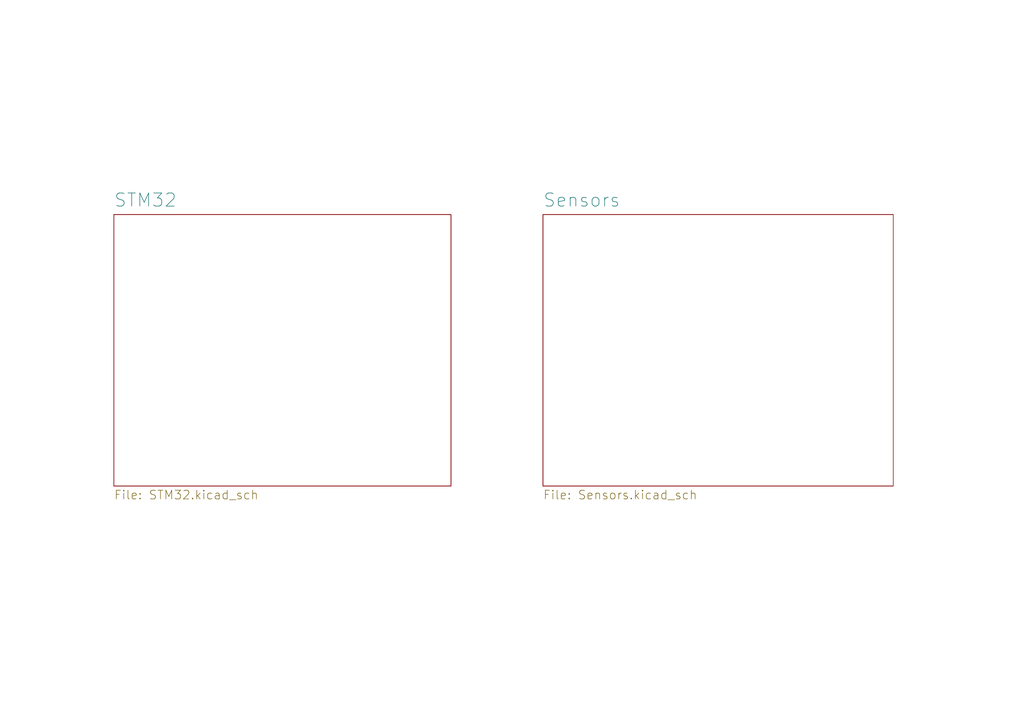
<source format=kicad_sch>
(kicad_sch
	(version 20231120)
	(generator "eeschema")
	(generator_version "8.0")
	(uuid "7c1ac307-4d35-4291-88c2-548b52d0f9f3")
	(paper "A4")
	(title_block
		(title "Hermes Flight Controller")
		(date "2025-03-02")
		(rev "v0.2")
		(company "Aadil Naji")
		(comment 1 "work-in-progress")
	)
	(lib_symbols)
	(sheet
		(at 33.02 62.23)
		(size 97.79 78.74)
		(fields_autoplaced yes)
		(stroke
			(width 0.1524)
			(type solid)
		)
		(fill
			(color 0 0 0 0.0000)
		)
		(uuid "a297423f-aa5e-4aa5-a207-bad3f64142ef")
		(property "Sheetname" "STM32"
			(at 33.02 60.2484 0)
			(effects
				(font
					(size 3.81 3.81)
				)
				(justify left bottom)
			)
		)
		(property "Sheetfile" "STM32.kicad_sch"
			(at 33.02 142.0626 0)
			(effects
				(font
					(size 2.54 2.54)
				)
				(justify left top)
			)
		)
		(instances
			(project "Hermes-FlightController"
				(path "/7c1ac307-4d35-4291-88c2-548b52d0f9f3"
					(page "2")
				)
			)
		)
	)
	(sheet
		(at 157.48 62.23)
		(size 101.6 78.74)
		(fields_autoplaced yes)
		(stroke
			(width 0.1524)
			(type solid)
		)
		(fill
			(color 0 0 0 0.0000)
		)
		(uuid "ca1fa4d5-fec3-4081-a5d0-e17d3d85d04f")
		(property "Sheetname" "Sensors"
			(at 157.48 60.2484 0)
			(effects
				(font
					(size 3.81 3.81)
				)
				(justify left bottom)
			)
		)
		(property "Sheetfile" "Sensors.kicad_sch"
			(at 157.48 142.0626 0)
			(effects
				(font
					(size 2.54 2.54)
				)
				(justify left top)
			)
		)
		(instances
			(project "Hermes-FlightController"
				(path "/7c1ac307-4d35-4291-88c2-548b52d0f9f3"
					(page "3")
				)
			)
		)
	)
	(sheet_instances
		(path "/"
			(page "1")
		)
	)
)

</source>
